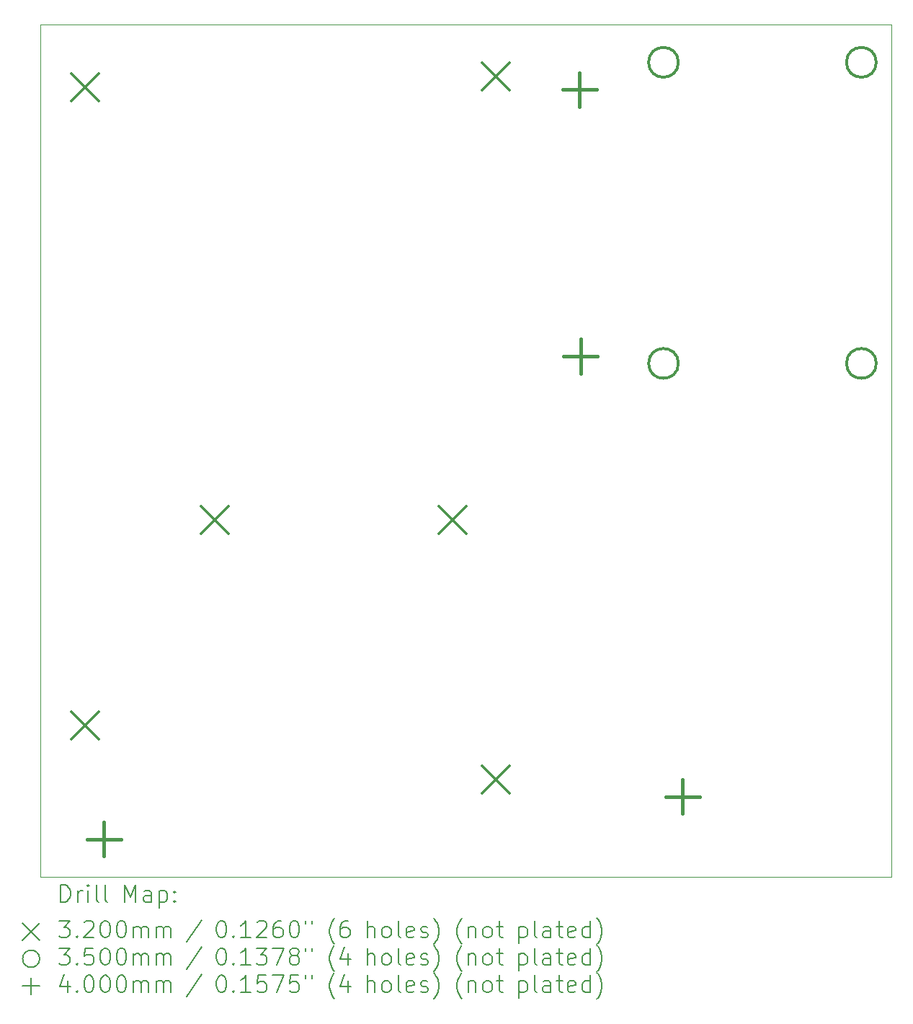
<source format=gbr>
%TF.GenerationSoftware,KiCad,Pcbnew,(7.0.0)*%
%TF.CreationDate,2023-05-12T10:49:56+02:00*%
%TF.ProjectId,BMS_Project,424d535f-5072-46f6-9a65-63742e6b6963,rev?*%
%TF.SameCoordinates,Original*%
%TF.FileFunction,Drillmap*%
%TF.FilePolarity,Positive*%
%FSLAX45Y45*%
G04 Gerber Fmt 4.5, Leading zero omitted, Abs format (unit mm)*
G04 Created by KiCad (PCBNEW (7.0.0)) date 2023-05-12 10:49:56*
%MOMM*%
%LPD*%
G01*
G04 APERTURE LIST*
%ADD10C,0.100000*%
%ADD11C,0.200000*%
%ADD12C,0.320000*%
%ADD13C,0.350000*%
%ADD14C,0.400000*%
G04 APERTURE END LIST*
D10*
X9870000Y-3610000D02*
X19870000Y-3610000D01*
X19870000Y-3610000D02*
X19870000Y-13610000D01*
X19870000Y-13610000D02*
X9870000Y-13610000D01*
X9870000Y-13610000D02*
X9870000Y-3610000D01*
D11*
D12*
X10237000Y-4181000D02*
X10557000Y-4501000D01*
X10557000Y-4181000D02*
X10237000Y-4501000D01*
X10237000Y-11674000D02*
X10557000Y-11994000D01*
X10557000Y-11674000D02*
X10237000Y-11994000D01*
X11761000Y-9261000D02*
X12081000Y-9581000D01*
X12081000Y-9261000D02*
X11761000Y-9581000D01*
X14555000Y-9261000D02*
X14875000Y-9581000D01*
X14875000Y-9261000D02*
X14555000Y-9581000D01*
X15063000Y-4054000D02*
X15383000Y-4374000D01*
X15383000Y-4054000D02*
X15063000Y-4374000D01*
X15063000Y-12309000D02*
X15383000Y-12629000D01*
X15383000Y-12309000D02*
X15063000Y-12629000D01*
D13*
X17370000Y-4050000D02*
G75*
G03*
X17370000Y-4050000I-175000J0D01*
G01*
X17370000Y-7585000D02*
G75*
G03*
X17370000Y-7585000I-175000J0D01*
G01*
X19695000Y-4050000D02*
G75*
G03*
X19695000Y-4050000I-175000J0D01*
G01*
X19695000Y-7585000D02*
G75*
G03*
X19695000Y-7585000I-175000J0D01*
G01*
D14*
X10620000Y-12970000D02*
X10620000Y-13370000D01*
X10420000Y-13170000D02*
X10820000Y-13170000D01*
X16210000Y-4170000D02*
X16210000Y-4570000D01*
X16010000Y-4370000D02*
X16410000Y-4370000D01*
X16220000Y-7300000D02*
X16220000Y-7700000D01*
X16020000Y-7500000D02*
X16420000Y-7500000D01*
X17420000Y-12470000D02*
X17420000Y-12870000D01*
X17220000Y-12670000D02*
X17620000Y-12670000D01*
D11*
X10112619Y-13908476D02*
X10112619Y-13708476D01*
X10112619Y-13708476D02*
X10160238Y-13708476D01*
X10160238Y-13708476D02*
X10188810Y-13718000D01*
X10188810Y-13718000D02*
X10207857Y-13737048D01*
X10207857Y-13737048D02*
X10217381Y-13756095D01*
X10217381Y-13756095D02*
X10226905Y-13794190D01*
X10226905Y-13794190D02*
X10226905Y-13822762D01*
X10226905Y-13822762D02*
X10217381Y-13860857D01*
X10217381Y-13860857D02*
X10207857Y-13879905D01*
X10207857Y-13879905D02*
X10188810Y-13898952D01*
X10188810Y-13898952D02*
X10160238Y-13908476D01*
X10160238Y-13908476D02*
X10112619Y-13908476D01*
X10312619Y-13908476D02*
X10312619Y-13775143D01*
X10312619Y-13813238D02*
X10322143Y-13794190D01*
X10322143Y-13794190D02*
X10331667Y-13784667D01*
X10331667Y-13784667D02*
X10350714Y-13775143D01*
X10350714Y-13775143D02*
X10369762Y-13775143D01*
X10436429Y-13908476D02*
X10436429Y-13775143D01*
X10436429Y-13708476D02*
X10426905Y-13718000D01*
X10426905Y-13718000D02*
X10436429Y-13727524D01*
X10436429Y-13727524D02*
X10445952Y-13718000D01*
X10445952Y-13718000D02*
X10436429Y-13708476D01*
X10436429Y-13708476D02*
X10436429Y-13727524D01*
X10560238Y-13908476D02*
X10541190Y-13898952D01*
X10541190Y-13898952D02*
X10531667Y-13879905D01*
X10531667Y-13879905D02*
X10531667Y-13708476D01*
X10665000Y-13908476D02*
X10645952Y-13898952D01*
X10645952Y-13898952D02*
X10636429Y-13879905D01*
X10636429Y-13879905D02*
X10636429Y-13708476D01*
X10861190Y-13908476D02*
X10861190Y-13708476D01*
X10861190Y-13708476D02*
X10927857Y-13851333D01*
X10927857Y-13851333D02*
X10994524Y-13708476D01*
X10994524Y-13708476D02*
X10994524Y-13908476D01*
X11175476Y-13908476D02*
X11175476Y-13803714D01*
X11175476Y-13803714D02*
X11165952Y-13784667D01*
X11165952Y-13784667D02*
X11146905Y-13775143D01*
X11146905Y-13775143D02*
X11108809Y-13775143D01*
X11108809Y-13775143D02*
X11089762Y-13784667D01*
X11175476Y-13898952D02*
X11156429Y-13908476D01*
X11156429Y-13908476D02*
X11108809Y-13908476D01*
X11108809Y-13908476D02*
X11089762Y-13898952D01*
X11089762Y-13898952D02*
X11080238Y-13879905D01*
X11080238Y-13879905D02*
X11080238Y-13860857D01*
X11080238Y-13860857D02*
X11089762Y-13841809D01*
X11089762Y-13841809D02*
X11108809Y-13832286D01*
X11108809Y-13832286D02*
X11156429Y-13832286D01*
X11156429Y-13832286D02*
X11175476Y-13822762D01*
X11270714Y-13775143D02*
X11270714Y-13975143D01*
X11270714Y-13784667D02*
X11289762Y-13775143D01*
X11289762Y-13775143D02*
X11327857Y-13775143D01*
X11327857Y-13775143D02*
X11346905Y-13784667D01*
X11346905Y-13784667D02*
X11356428Y-13794190D01*
X11356428Y-13794190D02*
X11365952Y-13813238D01*
X11365952Y-13813238D02*
X11365952Y-13870381D01*
X11365952Y-13870381D02*
X11356428Y-13889428D01*
X11356428Y-13889428D02*
X11346905Y-13898952D01*
X11346905Y-13898952D02*
X11327857Y-13908476D01*
X11327857Y-13908476D02*
X11289762Y-13908476D01*
X11289762Y-13908476D02*
X11270714Y-13898952D01*
X11451667Y-13889428D02*
X11461190Y-13898952D01*
X11461190Y-13898952D02*
X11451667Y-13908476D01*
X11451667Y-13908476D02*
X11442143Y-13898952D01*
X11442143Y-13898952D02*
X11451667Y-13889428D01*
X11451667Y-13889428D02*
X11451667Y-13908476D01*
X11451667Y-13784667D02*
X11461190Y-13794190D01*
X11461190Y-13794190D02*
X11451667Y-13803714D01*
X11451667Y-13803714D02*
X11442143Y-13794190D01*
X11442143Y-13794190D02*
X11451667Y-13784667D01*
X11451667Y-13784667D02*
X11451667Y-13803714D01*
X9665000Y-14155000D02*
X9865000Y-14355000D01*
X9865000Y-14155000D02*
X9665000Y-14355000D01*
X10093571Y-14128476D02*
X10217381Y-14128476D01*
X10217381Y-14128476D02*
X10150714Y-14204667D01*
X10150714Y-14204667D02*
X10179286Y-14204667D01*
X10179286Y-14204667D02*
X10198333Y-14214190D01*
X10198333Y-14214190D02*
X10207857Y-14223714D01*
X10207857Y-14223714D02*
X10217381Y-14242762D01*
X10217381Y-14242762D02*
X10217381Y-14290381D01*
X10217381Y-14290381D02*
X10207857Y-14309428D01*
X10207857Y-14309428D02*
X10198333Y-14318952D01*
X10198333Y-14318952D02*
X10179286Y-14328476D01*
X10179286Y-14328476D02*
X10122143Y-14328476D01*
X10122143Y-14328476D02*
X10103095Y-14318952D01*
X10103095Y-14318952D02*
X10093571Y-14309428D01*
X10303095Y-14309428D02*
X10312619Y-14318952D01*
X10312619Y-14318952D02*
X10303095Y-14328476D01*
X10303095Y-14328476D02*
X10293571Y-14318952D01*
X10293571Y-14318952D02*
X10303095Y-14309428D01*
X10303095Y-14309428D02*
X10303095Y-14328476D01*
X10388810Y-14147524D02*
X10398333Y-14138000D01*
X10398333Y-14138000D02*
X10417381Y-14128476D01*
X10417381Y-14128476D02*
X10465000Y-14128476D01*
X10465000Y-14128476D02*
X10484048Y-14138000D01*
X10484048Y-14138000D02*
X10493571Y-14147524D01*
X10493571Y-14147524D02*
X10503095Y-14166571D01*
X10503095Y-14166571D02*
X10503095Y-14185619D01*
X10503095Y-14185619D02*
X10493571Y-14214190D01*
X10493571Y-14214190D02*
X10379286Y-14328476D01*
X10379286Y-14328476D02*
X10503095Y-14328476D01*
X10626905Y-14128476D02*
X10645952Y-14128476D01*
X10645952Y-14128476D02*
X10665000Y-14138000D01*
X10665000Y-14138000D02*
X10674524Y-14147524D01*
X10674524Y-14147524D02*
X10684048Y-14166571D01*
X10684048Y-14166571D02*
X10693571Y-14204667D01*
X10693571Y-14204667D02*
X10693571Y-14252286D01*
X10693571Y-14252286D02*
X10684048Y-14290381D01*
X10684048Y-14290381D02*
X10674524Y-14309428D01*
X10674524Y-14309428D02*
X10665000Y-14318952D01*
X10665000Y-14318952D02*
X10645952Y-14328476D01*
X10645952Y-14328476D02*
X10626905Y-14328476D01*
X10626905Y-14328476D02*
X10607857Y-14318952D01*
X10607857Y-14318952D02*
X10598333Y-14309428D01*
X10598333Y-14309428D02*
X10588810Y-14290381D01*
X10588810Y-14290381D02*
X10579286Y-14252286D01*
X10579286Y-14252286D02*
X10579286Y-14204667D01*
X10579286Y-14204667D02*
X10588810Y-14166571D01*
X10588810Y-14166571D02*
X10598333Y-14147524D01*
X10598333Y-14147524D02*
X10607857Y-14138000D01*
X10607857Y-14138000D02*
X10626905Y-14128476D01*
X10817381Y-14128476D02*
X10836429Y-14128476D01*
X10836429Y-14128476D02*
X10855476Y-14138000D01*
X10855476Y-14138000D02*
X10865000Y-14147524D01*
X10865000Y-14147524D02*
X10874524Y-14166571D01*
X10874524Y-14166571D02*
X10884048Y-14204667D01*
X10884048Y-14204667D02*
X10884048Y-14252286D01*
X10884048Y-14252286D02*
X10874524Y-14290381D01*
X10874524Y-14290381D02*
X10865000Y-14309428D01*
X10865000Y-14309428D02*
X10855476Y-14318952D01*
X10855476Y-14318952D02*
X10836429Y-14328476D01*
X10836429Y-14328476D02*
X10817381Y-14328476D01*
X10817381Y-14328476D02*
X10798333Y-14318952D01*
X10798333Y-14318952D02*
X10788810Y-14309428D01*
X10788810Y-14309428D02*
X10779286Y-14290381D01*
X10779286Y-14290381D02*
X10769762Y-14252286D01*
X10769762Y-14252286D02*
X10769762Y-14204667D01*
X10769762Y-14204667D02*
X10779286Y-14166571D01*
X10779286Y-14166571D02*
X10788810Y-14147524D01*
X10788810Y-14147524D02*
X10798333Y-14138000D01*
X10798333Y-14138000D02*
X10817381Y-14128476D01*
X10969762Y-14328476D02*
X10969762Y-14195143D01*
X10969762Y-14214190D02*
X10979286Y-14204667D01*
X10979286Y-14204667D02*
X10998333Y-14195143D01*
X10998333Y-14195143D02*
X11026905Y-14195143D01*
X11026905Y-14195143D02*
X11045952Y-14204667D01*
X11045952Y-14204667D02*
X11055476Y-14223714D01*
X11055476Y-14223714D02*
X11055476Y-14328476D01*
X11055476Y-14223714D02*
X11065000Y-14204667D01*
X11065000Y-14204667D02*
X11084048Y-14195143D01*
X11084048Y-14195143D02*
X11112619Y-14195143D01*
X11112619Y-14195143D02*
X11131667Y-14204667D01*
X11131667Y-14204667D02*
X11141191Y-14223714D01*
X11141191Y-14223714D02*
X11141191Y-14328476D01*
X11236429Y-14328476D02*
X11236429Y-14195143D01*
X11236429Y-14214190D02*
X11245952Y-14204667D01*
X11245952Y-14204667D02*
X11265000Y-14195143D01*
X11265000Y-14195143D02*
X11293571Y-14195143D01*
X11293571Y-14195143D02*
X11312619Y-14204667D01*
X11312619Y-14204667D02*
X11322143Y-14223714D01*
X11322143Y-14223714D02*
X11322143Y-14328476D01*
X11322143Y-14223714D02*
X11331667Y-14204667D01*
X11331667Y-14204667D02*
X11350714Y-14195143D01*
X11350714Y-14195143D02*
X11379286Y-14195143D01*
X11379286Y-14195143D02*
X11398333Y-14204667D01*
X11398333Y-14204667D02*
X11407857Y-14223714D01*
X11407857Y-14223714D02*
X11407857Y-14328476D01*
X11765952Y-14118952D02*
X11594524Y-14376095D01*
X11990714Y-14128476D02*
X12009762Y-14128476D01*
X12009762Y-14128476D02*
X12028810Y-14138000D01*
X12028810Y-14138000D02*
X12038333Y-14147524D01*
X12038333Y-14147524D02*
X12047857Y-14166571D01*
X12047857Y-14166571D02*
X12057381Y-14204667D01*
X12057381Y-14204667D02*
X12057381Y-14252286D01*
X12057381Y-14252286D02*
X12047857Y-14290381D01*
X12047857Y-14290381D02*
X12038333Y-14309428D01*
X12038333Y-14309428D02*
X12028810Y-14318952D01*
X12028810Y-14318952D02*
X12009762Y-14328476D01*
X12009762Y-14328476D02*
X11990714Y-14328476D01*
X11990714Y-14328476D02*
X11971667Y-14318952D01*
X11971667Y-14318952D02*
X11962143Y-14309428D01*
X11962143Y-14309428D02*
X11952619Y-14290381D01*
X11952619Y-14290381D02*
X11943095Y-14252286D01*
X11943095Y-14252286D02*
X11943095Y-14204667D01*
X11943095Y-14204667D02*
X11952619Y-14166571D01*
X11952619Y-14166571D02*
X11962143Y-14147524D01*
X11962143Y-14147524D02*
X11971667Y-14138000D01*
X11971667Y-14138000D02*
X11990714Y-14128476D01*
X12143095Y-14309428D02*
X12152619Y-14318952D01*
X12152619Y-14318952D02*
X12143095Y-14328476D01*
X12143095Y-14328476D02*
X12133571Y-14318952D01*
X12133571Y-14318952D02*
X12143095Y-14309428D01*
X12143095Y-14309428D02*
X12143095Y-14328476D01*
X12343095Y-14328476D02*
X12228810Y-14328476D01*
X12285952Y-14328476D02*
X12285952Y-14128476D01*
X12285952Y-14128476D02*
X12266905Y-14157048D01*
X12266905Y-14157048D02*
X12247857Y-14176095D01*
X12247857Y-14176095D02*
X12228810Y-14185619D01*
X12419286Y-14147524D02*
X12428810Y-14138000D01*
X12428810Y-14138000D02*
X12447857Y-14128476D01*
X12447857Y-14128476D02*
X12495476Y-14128476D01*
X12495476Y-14128476D02*
X12514524Y-14138000D01*
X12514524Y-14138000D02*
X12524048Y-14147524D01*
X12524048Y-14147524D02*
X12533571Y-14166571D01*
X12533571Y-14166571D02*
X12533571Y-14185619D01*
X12533571Y-14185619D02*
X12524048Y-14214190D01*
X12524048Y-14214190D02*
X12409762Y-14328476D01*
X12409762Y-14328476D02*
X12533571Y-14328476D01*
X12705000Y-14128476D02*
X12666905Y-14128476D01*
X12666905Y-14128476D02*
X12647857Y-14138000D01*
X12647857Y-14138000D02*
X12638333Y-14147524D01*
X12638333Y-14147524D02*
X12619286Y-14176095D01*
X12619286Y-14176095D02*
X12609762Y-14214190D01*
X12609762Y-14214190D02*
X12609762Y-14290381D01*
X12609762Y-14290381D02*
X12619286Y-14309428D01*
X12619286Y-14309428D02*
X12628810Y-14318952D01*
X12628810Y-14318952D02*
X12647857Y-14328476D01*
X12647857Y-14328476D02*
X12685952Y-14328476D01*
X12685952Y-14328476D02*
X12705000Y-14318952D01*
X12705000Y-14318952D02*
X12714524Y-14309428D01*
X12714524Y-14309428D02*
X12724048Y-14290381D01*
X12724048Y-14290381D02*
X12724048Y-14242762D01*
X12724048Y-14242762D02*
X12714524Y-14223714D01*
X12714524Y-14223714D02*
X12705000Y-14214190D01*
X12705000Y-14214190D02*
X12685952Y-14204667D01*
X12685952Y-14204667D02*
X12647857Y-14204667D01*
X12647857Y-14204667D02*
X12628810Y-14214190D01*
X12628810Y-14214190D02*
X12619286Y-14223714D01*
X12619286Y-14223714D02*
X12609762Y-14242762D01*
X12847857Y-14128476D02*
X12866905Y-14128476D01*
X12866905Y-14128476D02*
X12885952Y-14138000D01*
X12885952Y-14138000D02*
X12895476Y-14147524D01*
X12895476Y-14147524D02*
X12905000Y-14166571D01*
X12905000Y-14166571D02*
X12914524Y-14204667D01*
X12914524Y-14204667D02*
X12914524Y-14252286D01*
X12914524Y-14252286D02*
X12905000Y-14290381D01*
X12905000Y-14290381D02*
X12895476Y-14309428D01*
X12895476Y-14309428D02*
X12885952Y-14318952D01*
X12885952Y-14318952D02*
X12866905Y-14328476D01*
X12866905Y-14328476D02*
X12847857Y-14328476D01*
X12847857Y-14328476D02*
X12828810Y-14318952D01*
X12828810Y-14318952D02*
X12819286Y-14309428D01*
X12819286Y-14309428D02*
X12809762Y-14290381D01*
X12809762Y-14290381D02*
X12800238Y-14252286D01*
X12800238Y-14252286D02*
X12800238Y-14204667D01*
X12800238Y-14204667D02*
X12809762Y-14166571D01*
X12809762Y-14166571D02*
X12819286Y-14147524D01*
X12819286Y-14147524D02*
X12828810Y-14138000D01*
X12828810Y-14138000D02*
X12847857Y-14128476D01*
X12990714Y-14128476D02*
X12990714Y-14166571D01*
X13066905Y-14128476D02*
X13066905Y-14166571D01*
X13329762Y-14404667D02*
X13320238Y-14395143D01*
X13320238Y-14395143D02*
X13301191Y-14366571D01*
X13301191Y-14366571D02*
X13291667Y-14347524D01*
X13291667Y-14347524D02*
X13282143Y-14318952D01*
X13282143Y-14318952D02*
X13272619Y-14271333D01*
X13272619Y-14271333D02*
X13272619Y-14233238D01*
X13272619Y-14233238D02*
X13282143Y-14185619D01*
X13282143Y-14185619D02*
X13291667Y-14157048D01*
X13291667Y-14157048D02*
X13301191Y-14138000D01*
X13301191Y-14138000D02*
X13320238Y-14109428D01*
X13320238Y-14109428D02*
X13329762Y-14099905D01*
X13491667Y-14128476D02*
X13453571Y-14128476D01*
X13453571Y-14128476D02*
X13434524Y-14138000D01*
X13434524Y-14138000D02*
X13425000Y-14147524D01*
X13425000Y-14147524D02*
X13405952Y-14176095D01*
X13405952Y-14176095D02*
X13396429Y-14214190D01*
X13396429Y-14214190D02*
X13396429Y-14290381D01*
X13396429Y-14290381D02*
X13405952Y-14309428D01*
X13405952Y-14309428D02*
X13415476Y-14318952D01*
X13415476Y-14318952D02*
X13434524Y-14328476D01*
X13434524Y-14328476D02*
X13472619Y-14328476D01*
X13472619Y-14328476D02*
X13491667Y-14318952D01*
X13491667Y-14318952D02*
X13501191Y-14309428D01*
X13501191Y-14309428D02*
X13510714Y-14290381D01*
X13510714Y-14290381D02*
X13510714Y-14242762D01*
X13510714Y-14242762D02*
X13501191Y-14223714D01*
X13501191Y-14223714D02*
X13491667Y-14214190D01*
X13491667Y-14214190D02*
X13472619Y-14204667D01*
X13472619Y-14204667D02*
X13434524Y-14204667D01*
X13434524Y-14204667D02*
X13415476Y-14214190D01*
X13415476Y-14214190D02*
X13405952Y-14223714D01*
X13405952Y-14223714D02*
X13396429Y-14242762D01*
X13716429Y-14328476D02*
X13716429Y-14128476D01*
X13802143Y-14328476D02*
X13802143Y-14223714D01*
X13802143Y-14223714D02*
X13792619Y-14204667D01*
X13792619Y-14204667D02*
X13773572Y-14195143D01*
X13773572Y-14195143D02*
X13745000Y-14195143D01*
X13745000Y-14195143D02*
X13725952Y-14204667D01*
X13725952Y-14204667D02*
X13716429Y-14214190D01*
X13925952Y-14328476D02*
X13906905Y-14318952D01*
X13906905Y-14318952D02*
X13897381Y-14309428D01*
X13897381Y-14309428D02*
X13887857Y-14290381D01*
X13887857Y-14290381D02*
X13887857Y-14233238D01*
X13887857Y-14233238D02*
X13897381Y-14214190D01*
X13897381Y-14214190D02*
X13906905Y-14204667D01*
X13906905Y-14204667D02*
X13925952Y-14195143D01*
X13925952Y-14195143D02*
X13954524Y-14195143D01*
X13954524Y-14195143D02*
X13973572Y-14204667D01*
X13973572Y-14204667D02*
X13983095Y-14214190D01*
X13983095Y-14214190D02*
X13992619Y-14233238D01*
X13992619Y-14233238D02*
X13992619Y-14290381D01*
X13992619Y-14290381D02*
X13983095Y-14309428D01*
X13983095Y-14309428D02*
X13973572Y-14318952D01*
X13973572Y-14318952D02*
X13954524Y-14328476D01*
X13954524Y-14328476D02*
X13925952Y-14328476D01*
X14106905Y-14328476D02*
X14087857Y-14318952D01*
X14087857Y-14318952D02*
X14078333Y-14299905D01*
X14078333Y-14299905D02*
X14078333Y-14128476D01*
X14259286Y-14318952D02*
X14240238Y-14328476D01*
X14240238Y-14328476D02*
X14202143Y-14328476D01*
X14202143Y-14328476D02*
X14183095Y-14318952D01*
X14183095Y-14318952D02*
X14173572Y-14299905D01*
X14173572Y-14299905D02*
X14173572Y-14223714D01*
X14173572Y-14223714D02*
X14183095Y-14204667D01*
X14183095Y-14204667D02*
X14202143Y-14195143D01*
X14202143Y-14195143D02*
X14240238Y-14195143D01*
X14240238Y-14195143D02*
X14259286Y-14204667D01*
X14259286Y-14204667D02*
X14268810Y-14223714D01*
X14268810Y-14223714D02*
X14268810Y-14242762D01*
X14268810Y-14242762D02*
X14173572Y-14261809D01*
X14345000Y-14318952D02*
X14364048Y-14328476D01*
X14364048Y-14328476D02*
X14402143Y-14328476D01*
X14402143Y-14328476D02*
X14421191Y-14318952D01*
X14421191Y-14318952D02*
X14430714Y-14299905D01*
X14430714Y-14299905D02*
X14430714Y-14290381D01*
X14430714Y-14290381D02*
X14421191Y-14271333D01*
X14421191Y-14271333D02*
X14402143Y-14261809D01*
X14402143Y-14261809D02*
X14373572Y-14261809D01*
X14373572Y-14261809D02*
X14354524Y-14252286D01*
X14354524Y-14252286D02*
X14345000Y-14233238D01*
X14345000Y-14233238D02*
X14345000Y-14223714D01*
X14345000Y-14223714D02*
X14354524Y-14204667D01*
X14354524Y-14204667D02*
X14373572Y-14195143D01*
X14373572Y-14195143D02*
X14402143Y-14195143D01*
X14402143Y-14195143D02*
X14421191Y-14204667D01*
X14497381Y-14404667D02*
X14506905Y-14395143D01*
X14506905Y-14395143D02*
X14525953Y-14366571D01*
X14525953Y-14366571D02*
X14535476Y-14347524D01*
X14535476Y-14347524D02*
X14545000Y-14318952D01*
X14545000Y-14318952D02*
X14554524Y-14271333D01*
X14554524Y-14271333D02*
X14554524Y-14233238D01*
X14554524Y-14233238D02*
X14545000Y-14185619D01*
X14545000Y-14185619D02*
X14535476Y-14157048D01*
X14535476Y-14157048D02*
X14525953Y-14138000D01*
X14525953Y-14138000D02*
X14506905Y-14109428D01*
X14506905Y-14109428D02*
X14497381Y-14099905D01*
X14826905Y-14404667D02*
X14817381Y-14395143D01*
X14817381Y-14395143D02*
X14798333Y-14366571D01*
X14798333Y-14366571D02*
X14788810Y-14347524D01*
X14788810Y-14347524D02*
X14779286Y-14318952D01*
X14779286Y-14318952D02*
X14769762Y-14271333D01*
X14769762Y-14271333D02*
X14769762Y-14233238D01*
X14769762Y-14233238D02*
X14779286Y-14185619D01*
X14779286Y-14185619D02*
X14788810Y-14157048D01*
X14788810Y-14157048D02*
X14798333Y-14138000D01*
X14798333Y-14138000D02*
X14817381Y-14109428D01*
X14817381Y-14109428D02*
X14826905Y-14099905D01*
X14903095Y-14195143D02*
X14903095Y-14328476D01*
X14903095Y-14214190D02*
X14912619Y-14204667D01*
X14912619Y-14204667D02*
X14931667Y-14195143D01*
X14931667Y-14195143D02*
X14960238Y-14195143D01*
X14960238Y-14195143D02*
X14979286Y-14204667D01*
X14979286Y-14204667D02*
X14988810Y-14223714D01*
X14988810Y-14223714D02*
X14988810Y-14328476D01*
X15112619Y-14328476D02*
X15093572Y-14318952D01*
X15093572Y-14318952D02*
X15084048Y-14309428D01*
X15084048Y-14309428D02*
X15074524Y-14290381D01*
X15074524Y-14290381D02*
X15074524Y-14233238D01*
X15074524Y-14233238D02*
X15084048Y-14214190D01*
X15084048Y-14214190D02*
X15093572Y-14204667D01*
X15093572Y-14204667D02*
X15112619Y-14195143D01*
X15112619Y-14195143D02*
X15141191Y-14195143D01*
X15141191Y-14195143D02*
X15160238Y-14204667D01*
X15160238Y-14204667D02*
X15169762Y-14214190D01*
X15169762Y-14214190D02*
X15179286Y-14233238D01*
X15179286Y-14233238D02*
X15179286Y-14290381D01*
X15179286Y-14290381D02*
X15169762Y-14309428D01*
X15169762Y-14309428D02*
X15160238Y-14318952D01*
X15160238Y-14318952D02*
X15141191Y-14328476D01*
X15141191Y-14328476D02*
X15112619Y-14328476D01*
X15236429Y-14195143D02*
X15312619Y-14195143D01*
X15265000Y-14128476D02*
X15265000Y-14299905D01*
X15265000Y-14299905D02*
X15274524Y-14318952D01*
X15274524Y-14318952D02*
X15293572Y-14328476D01*
X15293572Y-14328476D02*
X15312619Y-14328476D01*
X15499286Y-14195143D02*
X15499286Y-14395143D01*
X15499286Y-14204667D02*
X15518333Y-14195143D01*
X15518333Y-14195143D02*
X15556429Y-14195143D01*
X15556429Y-14195143D02*
X15575476Y-14204667D01*
X15575476Y-14204667D02*
X15585000Y-14214190D01*
X15585000Y-14214190D02*
X15594524Y-14233238D01*
X15594524Y-14233238D02*
X15594524Y-14290381D01*
X15594524Y-14290381D02*
X15585000Y-14309428D01*
X15585000Y-14309428D02*
X15575476Y-14318952D01*
X15575476Y-14318952D02*
X15556429Y-14328476D01*
X15556429Y-14328476D02*
X15518333Y-14328476D01*
X15518333Y-14328476D02*
X15499286Y-14318952D01*
X15708810Y-14328476D02*
X15689762Y-14318952D01*
X15689762Y-14318952D02*
X15680238Y-14299905D01*
X15680238Y-14299905D02*
X15680238Y-14128476D01*
X15870714Y-14328476D02*
X15870714Y-14223714D01*
X15870714Y-14223714D02*
X15861191Y-14204667D01*
X15861191Y-14204667D02*
X15842143Y-14195143D01*
X15842143Y-14195143D02*
X15804048Y-14195143D01*
X15804048Y-14195143D02*
X15785000Y-14204667D01*
X15870714Y-14318952D02*
X15851667Y-14328476D01*
X15851667Y-14328476D02*
X15804048Y-14328476D01*
X15804048Y-14328476D02*
X15785000Y-14318952D01*
X15785000Y-14318952D02*
X15775476Y-14299905D01*
X15775476Y-14299905D02*
X15775476Y-14280857D01*
X15775476Y-14280857D02*
X15785000Y-14261809D01*
X15785000Y-14261809D02*
X15804048Y-14252286D01*
X15804048Y-14252286D02*
X15851667Y-14252286D01*
X15851667Y-14252286D02*
X15870714Y-14242762D01*
X15937381Y-14195143D02*
X16013572Y-14195143D01*
X15965953Y-14128476D02*
X15965953Y-14299905D01*
X15965953Y-14299905D02*
X15975476Y-14318952D01*
X15975476Y-14318952D02*
X15994524Y-14328476D01*
X15994524Y-14328476D02*
X16013572Y-14328476D01*
X16156429Y-14318952D02*
X16137381Y-14328476D01*
X16137381Y-14328476D02*
X16099286Y-14328476D01*
X16099286Y-14328476D02*
X16080238Y-14318952D01*
X16080238Y-14318952D02*
X16070714Y-14299905D01*
X16070714Y-14299905D02*
X16070714Y-14223714D01*
X16070714Y-14223714D02*
X16080238Y-14204667D01*
X16080238Y-14204667D02*
X16099286Y-14195143D01*
X16099286Y-14195143D02*
X16137381Y-14195143D01*
X16137381Y-14195143D02*
X16156429Y-14204667D01*
X16156429Y-14204667D02*
X16165953Y-14223714D01*
X16165953Y-14223714D02*
X16165953Y-14242762D01*
X16165953Y-14242762D02*
X16070714Y-14261809D01*
X16337381Y-14328476D02*
X16337381Y-14128476D01*
X16337381Y-14318952D02*
X16318334Y-14328476D01*
X16318334Y-14328476D02*
X16280238Y-14328476D01*
X16280238Y-14328476D02*
X16261191Y-14318952D01*
X16261191Y-14318952D02*
X16251667Y-14309428D01*
X16251667Y-14309428D02*
X16242143Y-14290381D01*
X16242143Y-14290381D02*
X16242143Y-14233238D01*
X16242143Y-14233238D02*
X16251667Y-14214190D01*
X16251667Y-14214190D02*
X16261191Y-14204667D01*
X16261191Y-14204667D02*
X16280238Y-14195143D01*
X16280238Y-14195143D02*
X16318334Y-14195143D01*
X16318334Y-14195143D02*
X16337381Y-14204667D01*
X16413572Y-14404667D02*
X16423095Y-14395143D01*
X16423095Y-14395143D02*
X16442143Y-14366571D01*
X16442143Y-14366571D02*
X16451667Y-14347524D01*
X16451667Y-14347524D02*
X16461191Y-14318952D01*
X16461191Y-14318952D02*
X16470714Y-14271333D01*
X16470714Y-14271333D02*
X16470714Y-14233238D01*
X16470714Y-14233238D02*
X16461191Y-14185619D01*
X16461191Y-14185619D02*
X16451667Y-14157048D01*
X16451667Y-14157048D02*
X16442143Y-14138000D01*
X16442143Y-14138000D02*
X16423095Y-14109428D01*
X16423095Y-14109428D02*
X16413572Y-14099905D01*
X9865000Y-14575000D02*
G75*
G03*
X9865000Y-14575000I-100000J0D01*
G01*
X10093571Y-14448476D02*
X10217381Y-14448476D01*
X10217381Y-14448476D02*
X10150714Y-14524667D01*
X10150714Y-14524667D02*
X10179286Y-14524667D01*
X10179286Y-14524667D02*
X10198333Y-14534190D01*
X10198333Y-14534190D02*
X10207857Y-14543714D01*
X10207857Y-14543714D02*
X10217381Y-14562762D01*
X10217381Y-14562762D02*
X10217381Y-14610381D01*
X10217381Y-14610381D02*
X10207857Y-14629428D01*
X10207857Y-14629428D02*
X10198333Y-14638952D01*
X10198333Y-14638952D02*
X10179286Y-14648476D01*
X10179286Y-14648476D02*
X10122143Y-14648476D01*
X10122143Y-14648476D02*
X10103095Y-14638952D01*
X10103095Y-14638952D02*
X10093571Y-14629428D01*
X10303095Y-14629428D02*
X10312619Y-14638952D01*
X10312619Y-14638952D02*
X10303095Y-14648476D01*
X10303095Y-14648476D02*
X10293571Y-14638952D01*
X10293571Y-14638952D02*
X10303095Y-14629428D01*
X10303095Y-14629428D02*
X10303095Y-14648476D01*
X10493571Y-14448476D02*
X10398333Y-14448476D01*
X10398333Y-14448476D02*
X10388810Y-14543714D01*
X10388810Y-14543714D02*
X10398333Y-14534190D01*
X10398333Y-14534190D02*
X10417381Y-14524667D01*
X10417381Y-14524667D02*
X10465000Y-14524667D01*
X10465000Y-14524667D02*
X10484048Y-14534190D01*
X10484048Y-14534190D02*
X10493571Y-14543714D01*
X10493571Y-14543714D02*
X10503095Y-14562762D01*
X10503095Y-14562762D02*
X10503095Y-14610381D01*
X10503095Y-14610381D02*
X10493571Y-14629428D01*
X10493571Y-14629428D02*
X10484048Y-14638952D01*
X10484048Y-14638952D02*
X10465000Y-14648476D01*
X10465000Y-14648476D02*
X10417381Y-14648476D01*
X10417381Y-14648476D02*
X10398333Y-14638952D01*
X10398333Y-14638952D02*
X10388810Y-14629428D01*
X10626905Y-14448476D02*
X10645952Y-14448476D01*
X10645952Y-14448476D02*
X10665000Y-14458000D01*
X10665000Y-14458000D02*
X10674524Y-14467524D01*
X10674524Y-14467524D02*
X10684048Y-14486571D01*
X10684048Y-14486571D02*
X10693571Y-14524667D01*
X10693571Y-14524667D02*
X10693571Y-14572286D01*
X10693571Y-14572286D02*
X10684048Y-14610381D01*
X10684048Y-14610381D02*
X10674524Y-14629428D01*
X10674524Y-14629428D02*
X10665000Y-14638952D01*
X10665000Y-14638952D02*
X10645952Y-14648476D01*
X10645952Y-14648476D02*
X10626905Y-14648476D01*
X10626905Y-14648476D02*
X10607857Y-14638952D01*
X10607857Y-14638952D02*
X10598333Y-14629428D01*
X10598333Y-14629428D02*
X10588810Y-14610381D01*
X10588810Y-14610381D02*
X10579286Y-14572286D01*
X10579286Y-14572286D02*
X10579286Y-14524667D01*
X10579286Y-14524667D02*
X10588810Y-14486571D01*
X10588810Y-14486571D02*
X10598333Y-14467524D01*
X10598333Y-14467524D02*
X10607857Y-14458000D01*
X10607857Y-14458000D02*
X10626905Y-14448476D01*
X10817381Y-14448476D02*
X10836429Y-14448476D01*
X10836429Y-14448476D02*
X10855476Y-14458000D01*
X10855476Y-14458000D02*
X10865000Y-14467524D01*
X10865000Y-14467524D02*
X10874524Y-14486571D01*
X10874524Y-14486571D02*
X10884048Y-14524667D01*
X10884048Y-14524667D02*
X10884048Y-14572286D01*
X10884048Y-14572286D02*
X10874524Y-14610381D01*
X10874524Y-14610381D02*
X10865000Y-14629428D01*
X10865000Y-14629428D02*
X10855476Y-14638952D01*
X10855476Y-14638952D02*
X10836429Y-14648476D01*
X10836429Y-14648476D02*
X10817381Y-14648476D01*
X10817381Y-14648476D02*
X10798333Y-14638952D01*
X10798333Y-14638952D02*
X10788810Y-14629428D01*
X10788810Y-14629428D02*
X10779286Y-14610381D01*
X10779286Y-14610381D02*
X10769762Y-14572286D01*
X10769762Y-14572286D02*
X10769762Y-14524667D01*
X10769762Y-14524667D02*
X10779286Y-14486571D01*
X10779286Y-14486571D02*
X10788810Y-14467524D01*
X10788810Y-14467524D02*
X10798333Y-14458000D01*
X10798333Y-14458000D02*
X10817381Y-14448476D01*
X10969762Y-14648476D02*
X10969762Y-14515143D01*
X10969762Y-14534190D02*
X10979286Y-14524667D01*
X10979286Y-14524667D02*
X10998333Y-14515143D01*
X10998333Y-14515143D02*
X11026905Y-14515143D01*
X11026905Y-14515143D02*
X11045952Y-14524667D01*
X11045952Y-14524667D02*
X11055476Y-14543714D01*
X11055476Y-14543714D02*
X11055476Y-14648476D01*
X11055476Y-14543714D02*
X11065000Y-14524667D01*
X11065000Y-14524667D02*
X11084048Y-14515143D01*
X11084048Y-14515143D02*
X11112619Y-14515143D01*
X11112619Y-14515143D02*
X11131667Y-14524667D01*
X11131667Y-14524667D02*
X11141191Y-14543714D01*
X11141191Y-14543714D02*
X11141191Y-14648476D01*
X11236429Y-14648476D02*
X11236429Y-14515143D01*
X11236429Y-14534190D02*
X11245952Y-14524667D01*
X11245952Y-14524667D02*
X11265000Y-14515143D01*
X11265000Y-14515143D02*
X11293571Y-14515143D01*
X11293571Y-14515143D02*
X11312619Y-14524667D01*
X11312619Y-14524667D02*
X11322143Y-14543714D01*
X11322143Y-14543714D02*
X11322143Y-14648476D01*
X11322143Y-14543714D02*
X11331667Y-14524667D01*
X11331667Y-14524667D02*
X11350714Y-14515143D01*
X11350714Y-14515143D02*
X11379286Y-14515143D01*
X11379286Y-14515143D02*
X11398333Y-14524667D01*
X11398333Y-14524667D02*
X11407857Y-14543714D01*
X11407857Y-14543714D02*
X11407857Y-14648476D01*
X11765952Y-14438952D02*
X11594524Y-14696095D01*
X11990714Y-14448476D02*
X12009762Y-14448476D01*
X12009762Y-14448476D02*
X12028810Y-14458000D01*
X12028810Y-14458000D02*
X12038333Y-14467524D01*
X12038333Y-14467524D02*
X12047857Y-14486571D01*
X12047857Y-14486571D02*
X12057381Y-14524667D01*
X12057381Y-14524667D02*
X12057381Y-14572286D01*
X12057381Y-14572286D02*
X12047857Y-14610381D01*
X12047857Y-14610381D02*
X12038333Y-14629428D01*
X12038333Y-14629428D02*
X12028810Y-14638952D01*
X12028810Y-14638952D02*
X12009762Y-14648476D01*
X12009762Y-14648476D02*
X11990714Y-14648476D01*
X11990714Y-14648476D02*
X11971667Y-14638952D01*
X11971667Y-14638952D02*
X11962143Y-14629428D01*
X11962143Y-14629428D02*
X11952619Y-14610381D01*
X11952619Y-14610381D02*
X11943095Y-14572286D01*
X11943095Y-14572286D02*
X11943095Y-14524667D01*
X11943095Y-14524667D02*
X11952619Y-14486571D01*
X11952619Y-14486571D02*
X11962143Y-14467524D01*
X11962143Y-14467524D02*
X11971667Y-14458000D01*
X11971667Y-14458000D02*
X11990714Y-14448476D01*
X12143095Y-14629428D02*
X12152619Y-14638952D01*
X12152619Y-14638952D02*
X12143095Y-14648476D01*
X12143095Y-14648476D02*
X12133571Y-14638952D01*
X12133571Y-14638952D02*
X12143095Y-14629428D01*
X12143095Y-14629428D02*
X12143095Y-14648476D01*
X12343095Y-14648476D02*
X12228810Y-14648476D01*
X12285952Y-14648476D02*
X12285952Y-14448476D01*
X12285952Y-14448476D02*
X12266905Y-14477048D01*
X12266905Y-14477048D02*
X12247857Y-14496095D01*
X12247857Y-14496095D02*
X12228810Y-14505619D01*
X12409762Y-14448476D02*
X12533571Y-14448476D01*
X12533571Y-14448476D02*
X12466905Y-14524667D01*
X12466905Y-14524667D02*
X12495476Y-14524667D01*
X12495476Y-14524667D02*
X12514524Y-14534190D01*
X12514524Y-14534190D02*
X12524048Y-14543714D01*
X12524048Y-14543714D02*
X12533571Y-14562762D01*
X12533571Y-14562762D02*
X12533571Y-14610381D01*
X12533571Y-14610381D02*
X12524048Y-14629428D01*
X12524048Y-14629428D02*
X12514524Y-14638952D01*
X12514524Y-14638952D02*
X12495476Y-14648476D01*
X12495476Y-14648476D02*
X12438333Y-14648476D01*
X12438333Y-14648476D02*
X12419286Y-14638952D01*
X12419286Y-14638952D02*
X12409762Y-14629428D01*
X12600238Y-14448476D02*
X12733571Y-14448476D01*
X12733571Y-14448476D02*
X12647857Y-14648476D01*
X12838333Y-14534190D02*
X12819286Y-14524667D01*
X12819286Y-14524667D02*
X12809762Y-14515143D01*
X12809762Y-14515143D02*
X12800238Y-14496095D01*
X12800238Y-14496095D02*
X12800238Y-14486571D01*
X12800238Y-14486571D02*
X12809762Y-14467524D01*
X12809762Y-14467524D02*
X12819286Y-14458000D01*
X12819286Y-14458000D02*
X12838333Y-14448476D01*
X12838333Y-14448476D02*
X12876429Y-14448476D01*
X12876429Y-14448476D02*
X12895476Y-14458000D01*
X12895476Y-14458000D02*
X12905000Y-14467524D01*
X12905000Y-14467524D02*
X12914524Y-14486571D01*
X12914524Y-14486571D02*
X12914524Y-14496095D01*
X12914524Y-14496095D02*
X12905000Y-14515143D01*
X12905000Y-14515143D02*
X12895476Y-14524667D01*
X12895476Y-14524667D02*
X12876429Y-14534190D01*
X12876429Y-14534190D02*
X12838333Y-14534190D01*
X12838333Y-14534190D02*
X12819286Y-14543714D01*
X12819286Y-14543714D02*
X12809762Y-14553238D01*
X12809762Y-14553238D02*
X12800238Y-14572286D01*
X12800238Y-14572286D02*
X12800238Y-14610381D01*
X12800238Y-14610381D02*
X12809762Y-14629428D01*
X12809762Y-14629428D02*
X12819286Y-14638952D01*
X12819286Y-14638952D02*
X12838333Y-14648476D01*
X12838333Y-14648476D02*
X12876429Y-14648476D01*
X12876429Y-14648476D02*
X12895476Y-14638952D01*
X12895476Y-14638952D02*
X12905000Y-14629428D01*
X12905000Y-14629428D02*
X12914524Y-14610381D01*
X12914524Y-14610381D02*
X12914524Y-14572286D01*
X12914524Y-14572286D02*
X12905000Y-14553238D01*
X12905000Y-14553238D02*
X12895476Y-14543714D01*
X12895476Y-14543714D02*
X12876429Y-14534190D01*
X12990714Y-14448476D02*
X12990714Y-14486571D01*
X13066905Y-14448476D02*
X13066905Y-14486571D01*
X13329762Y-14724667D02*
X13320238Y-14715143D01*
X13320238Y-14715143D02*
X13301191Y-14686571D01*
X13301191Y-14686571D02*
X13291667Y-14667524D01*
X13291667Y-14667524D02*
X13282143Y-14638952D01*
X13282143Y-14638952D02*
X13272619Y-14591333D01*
X13272619Y-14591333D02*
X13272619Y-14553238D01*
X13272619Y-14553238D02*
X13282143Y-14505619D01*
X13282143Y-14505619D02*
X13291667Y-14477048D01*
X13291667Y-14477048D02*
X13301191Y-14458000D01*
X13301191Y-14458000D02*
X13320238Y-14429428D01*
X13320238Y-14429428D02*
X13329762Y-14419905D01*
X13491667Y-14515143D02*
X13491667Y-14648476D01*
X13444048Y-14438952D02*
X13396429Y-14581809D01*
X13396429Y-14581809D02*
X13520238Y-14581809D01*
X13716429Y-14648476D02*
X13716429Y-14448476D01*
X13802143Y-14648476D02*
X13802143Y-14543714D01*
X13802143Y-14543714D02*
X13792619Y-14524667D01*
X13792619Y-14524667D02*
X13773572Y-14515143D01*
X13773572Y-14515143D02*
X13745000Y-14515143D01*
X13745000Y-14515143D02*
X13725952Y-14524667D01*
X13725952Y-14524667D02*
X13716429Y-14534190D01*
X13925952Y-14648476D02*
X13906905Y-14638952D01*
X13906905Y-14638952D02*
X13897381Y-14629428D01*
X13897381Y-14629428D02*
X13887857Y-14610381D01*
X13887857Y-14610381D02*
X13887857Y-14553238D01*
X13887857Y-14553238D02*
X13897381Y-14534190D01*
X13897381Y-14534190D02*
X13906905Y-14524667D01*
X13906905Y-14524667D02*
X13925952Y-14515143D01*
X13925952Y-14515143D02*
X13954524Y-14515143D01*
X13954524Y-14515143D02*
X13973572Y-14524667D01*
X13973572Y-14524667D02*
X13983095Y-14534190D01*
X13983095Y-14534190D02*
X13992619Y-14553238D01*
X13992619Y-14553238D02*
X13992619Y-14610381D01*
X13992619Y-14610381D02*
X13983095Y-14629428D01*
X13983095Y-14629428D02*
X13973572Y-14638952D01*
X13973572Y-14638952D02*
X13954524Y-14648476D01*
X13954524Y-14648476D02*
X13925952Y-14648476D01*
X14106905Y-14648476D02*
X14087857Y-14638952D01*
X14087857Y-14638952D02*
X14078333Y-14619905D01*
X14078333Y-14619905D02*
X14078333Y-14448476D01*
X14259286Y-14638952D02*
X14240238Y-14648476D01*
X14240238Y-14648476D02*
X14202143Y-14648476D01*
X14202143Y-14648476D02*
X14183095Y-14638952D01*
X14183095Y-14638952D02*
X14173572Y-14619905D01*
X14173572Y-14619905D02*
X14173572Y-14543714D01*
X14173572Y-14543714D02*
X14183095Y-14524667D01*
X14183095Y-14524667D02*
X14202143Y-14515143D01*
X14202143Y-14515143D02*
X14240238Y-14515143D01*
X14240238Y-14515143D02*
X14259286Y-14524667D01*
X14259286Y-14524667D02*
X14268810Y-14543714D01*
X14268810Y-14543714D02*
X14268810Y-14562762D01*
X14268810Y-14562762D02*
X14173572Y-14581809D01*
X14345000Y-14638952D02*
X14364048Y-14648476D01*
X14364048Y-14648476D02*
X14402143Y-14648476D01*
X14402143Y-14648476D02*
X14421191Y-14638952D01*
X14421191Y-14638952D02*
X14430714Y-14619905D01*
X14430714Y-14619905D02*
X14430714Y-14610381D01*
X14430714Y-14610381D02*
X14421191Y-14591333D01*
X14421191Y-14591333D02*
X14402143Y-14581809D01*
X14402143Y-14581809D02*
X14373572Y-14581809D01*
X14373572Y-14581809D02*
X14354524Y-14572286D01*
X14354524Y-14572286D02*
X14345000Y-14553238D01*
X14345000Y-14553238D02*
X14345000Y-14543714D01*
X14345000Y-14543714D02*
X14354524Y-14524667D01*
X14354524Y-14524667D02*
X14373572Y-14515143D01*
X14373572Y-14515143D02*
X14402143Y-14515143D01*
X14402143Y-14515143D02*
X14421191Y-14524667D01*
X14497381Y-14724667D02*
X14506905Y-14715143D01*
X14506905Y-14715143D02*
X14525953Y-14686571D01*
X14525953Y-14686571D02*
X14535476Y-14667524D01*
X14535476Y-14667524D02*
X14545000Y-14638952D01*
X14545000Y-14638952D02*
X14554524Y-14591333D01*
X14554524Y-14591333D02*
X14554524Y-14553238D01*
X14554524Y-14553238D02*
X14545000Y-14505619D01*
X14545000Y-14505619D02*
X14535476Y-14477048D01*
X14535476Y-14477048D02*
X14525953Y-14458000D01*
X14525953Y-14458000D02*
X14506905Y-14429428D01*
X14506905Y-14429428D02*
X14497381Y-14419905D01*
X14826905Y-14724667D02*
X14817381Y-14715143D01*
X14817381Y-14715143D02*
X14798333Y-14686571D01*
X14798333Y-14686571D02*
X14788810Y-14667524D01*
X14788810Y-14667524D02*
X14779286Y-14638952D01*
X14779286Y-14638952D02*
X14769762Y-14591333D01*
X14769762Y-14591333D02*
X14769762Y-14553238D01*
X14769762Y-14553238D02*
X14779286Y-14505619D01*
X14779286Y-14505619D02*
X14788810Y-14477048D01*
X14788810Y-14477048D02*
X14798333Y-14458000D01*
X14798333Y-14458000D02*
X14817381Y-14429428D01*
X14817381Y-14429428D02*
X14826905Y-14419905D01*
X14903095Y-14515143D02*
X14903095Y-14648476D01*
X14903095Y-14534190D02*
X14912619Y-14524667D01*
X14912619Y-14524667D02*
X14931667Y-14515143D01*
X14931667Y-14515143D02*
X14960238Y-14515143D01*
X14960238Y-14515143D02*
X14979286Y-14524667D01*
X14979286Y-14524667D02*
X14988810Y-14543714D01*
X14988810Y-14543714D02*
X14988810Y-14648476D01*
X15112619Y-14648476D02*
X15093572Y-14638952D01*
X15093572Y-14638952D02*
X15084048Y-14629428D01*
X15084048Y-14629428D02*
X15074524Y-14610381D01*
X15074524Y-14610381D02*
X15074524Y-14553238D01*
X15074524Y-14553238D02*
X15084048Y-14534190D01*
X15084048Y-14534190D02*
X15093572Y-14524667D01*
X15093572Y-14524667D02*
X15112619Y-14515143D01*
X15112619Y-14515143D02*
X15141191Y-14515143D01*
X15141191Y-14515143D02*
X15160238Y-14524667D01*
X15160238Y-14524667D02*
X15169762Y-14534190D01*
X15169762Y-14534190D02*
X15179286Y-14553238D01*
X15179286Y-14553238D02*
X15179286Y-14610381D01*
X15179286Y-14610381D02*
X15169762Y-14629428D01*
X15169762Y-14629428D02*
X15160238Y-14638952D01*
X15160238Y-14638952D02*
X15141191Y-14648476D01*
X15141191Y-14648476D02*
X15112619Y-14648476D01*
X15236429Y-14515143D02*
X15312619Y-14515143D01*
X15265000Y-14448476D02*
X15265000Y-14619905D01*
X15265000Y-14619905D02*
X15274524Y-14638952D01*
X15274524Y-14638952D02*
X15293572Y-14648476D01*
X15293572Y-14648476D02*
X15312619Y-14648476D01*
X15499286Y-14515143D02*
X15499286Y-14715143D01*
X15499286Y-14524667D02*
X15518333Y-14515143D01*
X15518333Y-14515143D02*
X15556429Y-14515143D01*
X15556429Y-14515143D02*
X15575476Y-14524667D01*
X15575476Y-14524667D02*
X15585000Y-14534190D01*
X15585000Y-14534190D02*
X15594524Y-14553238D01*
X15594524Y-14553238D02*
X15594524Y-14610381D01*
X15594524Y-14610381D02*
X15585000Y-14629428D01*
X15585000Y-14629428D02*
X15575476Y-14638952D01*
X15575476Y-14638952D02*
X15556429Y-14648476D01*
X15556429Y-14648476D02*
X15518333Y-14648476D01*
X15518333Y-14648476D02*
X15499286Y-14638952D01*
X15708810Y-14648476D02*
X15689762Y-14638952D01*
X15689762Y-14638952D02*
X15680238Y-14619905D01*
X15680238Y-14619905D02*
X15680238Y-14448476D01*
X15870714Y-14648476D02*
X15870714Y-14543714D01*
X15870714Y-14543714D02*
X15861191Y-14524667D01*
X15861191Y-14524667D02*
X15842143Y-14515143D01*
X15842143Y-14515143D02*
X15804048Y-14515143D01*
X15804048Y-14515143D02*
X15785000Y-14524667D01*
X15870714Y-14638952D02*
X15851667Y-14648476D01*
X15851667Y-14648476D02*
X15804048Y-14648476D01*
X15804048Y-14648476D02*
X15785000Y-14638952D01*
X15785000Y-14638952D02*
X15775476Y-14619905D01*
X15775476Y-14619905D02*
X15775476Y-14600857D01*
X15775476Y-14600857D02*
X15785000Y-14581809D01*
X15785000Y-14581809D02*
X15804048Y-14572286D01*
X15804048Y-14572286D02*
X15851667Y-14572286D01*
X15851667Y-14572286D02*
X15870714Y-14562762D01*
X15937381Y-14515143D02*
X16013572Y-14515143D01*
X15965953Y-14448476D02*
X15965953Y-14619905D01*
X15965953Y-14619905D02*
X15975476Y-14638952D01*
X15975476Y-14638952D02*
X15994524Y-14648476D01*
X15994524Y-14648476D02*
X16013572Y-14648476D01*
X16156429Y-14638952D02*
X16137381Y-14648476D01*
X16137381Y-14648476D02*
X16099286Y-14648476D01*
X16099286Y-14648476D02*
X16080238Y-14638952D01*
X16080238Y-14638952D02*
X16070714Y-14619905D01*
X16070714Y-14619905D02*
X16070714Y-14543714D01*
X16070714Y-14543714D02*
X16080238Y-14524667D01*
X16080238Y-14524667D02*
X16099286Y-14515143D01*
X16099286Y-14515143D02*
X16137381Y-14515143D01*
X16137381Y-14515143D02*
X16156429Y-14524667D01*
X16156429Y-14524667D02*
X16165953Y-14543714D01*
X16165953Y-14543714D02*
X16165953Y-14562762D01*
X16165953Y-14562762D02*
X16070714Y-14581809D01*
X16337381Y-14648476D02*
X16337381Y-14448476D01*
X16337381Y-14638952D02*
X16318334Y-14648476D01*
X16318334Y-14648476D02*
X16280238Y-14648476D01*
X16280238Y-14648476D02*
X16261191Y-14638952D01*
X16261191Y-14638952D02*
X16251667Y-14629428D01*
X16251667Y-14629428D02*
X16242143Y-14610381D01*
X16242143Y-14610381D02*
X16242143Y-14553238D01*
X16242143Y-14553238D02*
X16251667Y-14534190D01*
X16251667Y-14534190D02*
X16261191Y-14524667D01*
X16261191Y-14524667D02*
X16280238Y-14515143D01*
X16280238Y-14515143D02*
X16318334Y-14515143D01*
X16318334Y-14515143D02*
X16337381Y-14524667D01*
X16413572Y-14724667D02*
X16423095Y-14715143D01*
X16423095Y-14715143D02*
X16442143Y-14686571D01*
X16442143Y-14686571D02*
X16451667Y-14667524D01*
X16451667Y-14667524D02*
X16461191Y-14638952D01*
X16461191Y-14638952D02*
X16470714Y-14591333D01*
X16470714Y-14591333D02*
X16470714Y-14553238D01*
X16470714Y-14553238D02*
X16461191Y-14505619D01*
X16461191Y-14505619D02*
X16451667Y-14477048D01*
X16451667Y-14477048D02*
X16442143Y-14458000D01*
X16442143Y-14458000D02*
X16423095Y-14429428D01*
X16423095Y-14429428D02*
X16413572Y-14419905D01*
X9765000Y-14795000D02*
X9765000Y-14995000D01*
X9665000Y-14895000D02*
X9865000Y-14895000D01*
X10198333Y-14835143D02*
X10198333Y-14968476D01*
X10150714Y-14758952D02*
X10103095Y-14901809D01*
X10103095Y-14901809D02*
X10226905Y-14901809D01*
X10303095Y-14949428D02*
X10312619Y-14958952D01*
X10312619Y-14958952D02*
X10303095Y-14968476D01*
X10303095Y-14968476D02*
X10293571Y-14958952D01*
X10293571Y-14958952D02*
X10303095Y-14949428D01*
X10303095Y-14949428D02*
X10303095Y-14968476D01*
X10436429Y-14768476D02*
X10455476Y-14768476D01*
X10455476Y-14768476D02*
X10474524Y-14778000D01*
X10474524Y-14778000D02*
X10484048Y-14787524D01*
X10484048Y-14787524D02*
X10493571Y-14806571D01*
X10493571Y-14806571D02*
X10503095Y-14844667D01*
X10503095Y-14844667D02*
X10503095Y-14892286D01*
X10503095Y-14892286D02*
X10493571Y-14930381D01*
X10493571Y-14930381D02*
X10484048Y-14949428D01*
X10484048Y-14949428D02*
X10474524Y-14958952D01*
X10474524Y-14958952D02*
X10455476Y-14968476D01*
X10455476Y-14968476D02*
X10436429Y-14968476D01*
X10436429Y-14968476D02*
X10417381Y-14958952D01*
X10417381Y-14958952D02*
X10407857Y-14949428D01*
X10407857Y-14949428D02*
X10398333Y-14930381D01*
X10398333Y-14930381D02*
X10388810Y-14892286D01*
X10388810Y-14892286D02*
X10388810Y-14844667D01*
X10388810Y-14844667D02*
X10398333Y-14806571D01*
X10398333Y-14806571D02*
X10407857Y-14787524D01*
X10407857Y-14787524D02*
X10417381Y-14778000D01*
X10417381Y-14778000D02*
X10436429Y-14768476D01*
X10626905Y-14768476D02*
X10645952Y-14768476D01*
X10645952Y-14768476D02*
X10665000Y-14778000D01*
X10665000Y-14778000D02*
X10674524Y-14787524D01*
X10674524Y-14787524D02*
X10684048Y-14806571D01*
X10684048Y-14806571D02*
X10693571Y-14844667D01*
X10693571Y-14844667D02*
X10693571Y-14892286D01*
X10693571Y-14892286D02*
X10684048Y-14930381D01*
X10684048Y-14930381D02*
X10674524Y-14949428D01*
X10674524Y-14949428D02*
X10665000Y-14958952D01*
X10665000Y-14958952D02*
X10645952Y-14968476D01*
X10645952Y-14968476D02*
X10626905Y-14968476D01*
X10626905Y-14968476D02*
X10607857Y-14958952D01*
X10607857Y-14958952D02*
X10598333Y-14949428D01*
X10598333Y-14949428D02*
X10588810Y-14930381D01*
X10588810Y-14930381D02*
X10579286Y-14892286D01*
X10579286Y-14892286D02*
X10579286Y-14844667D01*
X10579286Y-14844667D02*
X10588810Y-14806571D01*
X10588810Y-14806571D02*
X10598333Y-14787524D01*
X10598333Y-14787524D02*
X10607857Y-14778000D01*
X10607857Y-14778000D02*
X10626905Y-14768476D01*
X10817381Y-14768476D02*
X10836429Y-14768476D01*
X10836429Y-14768476D02*
X10855476Y-14778000D01*
X10855476Y-14778000D02*
X10865000Y-14787524D01*
X10865000Y-14787524D02*
X10874524Y-14806571D01*
X10874524Y-14806571D02*
X10884048Y-14844667D01*
X10884048Y-14844667D02*
X10884048Y-14892286D01*
X10884048Y-14892286D02*
X10874524Y-14930381D01*
X10874524Y-14930381D02*
X10865000Y-14949428D01*
X10865000Y-14949428D02*
X10855476Y-14958952D01*
X10855476Y-14958952D02*
X10836429Y-14968476D01*
X10836429Y-14968476D02*
X10817381Y-14968476D01*
X10817381Y-14968476D02*
X10798333Y-14958952D01*
X10798333Y-14958952D02*
X10788810Y-14949428D01*
X10788810Y-14949428D02*
X10779286Y-14930381D01*
X10779286Y-14930381D02*
X10769762Y-14892286D01*
X10769762Y-14892286D02*
X10769762Y-14844667D01*
X10769762Y-14844667D02*
X10779286Y-14806571D01*
X10779286Y-14806571D02*
X10788810Y-14787524D01*
X10788810Y-14787524D02*
X10798333Y-14778000D01*
X10798333Y-14778000D02*
X10817381Y-14768476D01*
X10969762Y-14968476D02*
X10969762Y-14835143D01*
X10969762Y-14854190D02*
X10979286Y-14844667D01*
X10979286Y-14844667D02*
X10998333Y-14835143D01*
X10998333Y-14835143D02*
X11026905Y-14835143D01*
X11026905Y-14835143D02*
X11045952Y-14844667D01*
X11045952Y-14844667D02*
X11055476Y-14863714D01*
X11055476Y-14863714D02*
X11055476Y-14968476D01*
X11055476Y-14863714D02*
X11065000Y-14844667D01*
X11065000Y-14844667D02*
X11084048Y-14835143D01*
X11084048Y-14835143D02*
X11112619Y-14835143D01*
X11112619Y-14835143D02*
X11131667Y-14844667D01*
X11131667Y-14844667D02*
X11141191Y-14863714D01*
X11141191Y-14863714D02*
X11141191Y-14968476D01*
X11236429Y-14968476D02*
X11236429Y-14835143D01*
X11236429Y-14854190D02*
X11245952Y-14844667D01*
X11245952Y-14844667D02*
X11265000Y-14835143D01*
X11265000Y-14835143D02*
X11293571Y-14835143D01*
X11293571Y-14835143D02*
X11312619Y-14844667D01*
X11312619Y-14844667D02*
X11322143Y-14863714D01*
X11322143Y-14863714D02*
X11322143Y-14968476D01*
X11322143Y-14863714D02*
X11331667Y-14844667D01*
X11331667Y-14844667D02*
X11350714Y-14835143D01*
X11350714Y-14835143D02*
X11379286Y-14835143D01*
X11379286Y-14835143D02*
X11398333Y-14844667D01*
X11398333Y-14844667D02*
X11407857Y-14863714D01*
X11407857Y-14863714D02*
X11407857Y-14968476D01*
X11765952Y-14758952D02*
X11594524Y-15016095D01*
X11990714Y-14768476D02*
X12009762Y-14768476D01*
X12009762Y-14768476D02*
X12028810Y-14778000D01*
X12028810Y-14778000D02*
X12038333Y-14787524D01*
X12038333Y-14787524D02*
X12047857Y-14806571D01*
X12047857Y-14806571D02*
X12057381Y-14844667D01*
X12057381Y-14844667D02*
X12057381Y-14892286D01*
X12057381Y-14892286D02*
X12047857Y-14930381D01*
X12047857Y-14930381D02*
X12038333Y-14949428D01*
X12038333Y-14949428D02*
X12028810Y-14958952D01*
X12028810Y-14958952D02*
X12009762Y-14968476D01*
X12009762Y-14968476D02*
X11990714Y-14968476D01*
X11990714Y-14968476D02*
X11971667Y-14958952D01*
X11971667Y-14958952D02*
X11962143Y-14949428D01*
X11962143Y-14949428D02*
X11952619Y-14930381D01*
X11952619Y-14930381D02*
X11943095Y-14892286D01*
X11943095Y-14892286D02*
X11943095Y-14844667D01*
X11943095Y-14844667D02*
X11952619Y-14806571D01*
X11952619Y-14806571D02*
X11962143Y-14787524D01*
X11962143Y-14787524D02*
X11971667Y-14778000D01*
X11971667Y-14778000D02*
X11990714Y-14768476D01*
X12143095Y-14949428D02*
X12152619Y-14958952D01*
X12152619Y-14958952D02*
X12143095Y-14968476D01*
X12143095Y-14968476D02*
X12133571Y-14958952D01*
X12133571Y-14958952D02*
X12143095Y-14949428D01*
X12143095Y-14949428D02*
X12143095Y-14968476D01*
X12343095Y-14968476D02*
X12228810Y-14968476D01*
X12285952Y-14968476D02*
X12285952Y-14768476D01*
X12285952Y-14768476D02*
X12266905Y-14797048D01*
X12266905Y-14797048D02*
X12247857Y-14816095D01*
X12247857Y-14816095D02*
X12228810Y-14825619D01*
X12524048Y-14768476D02*
X12428810Y-14768476D01*
X12428810Y-14768476D02*
X12419286Y-14863714D01*
X12419286Y-14863714D02*
X12428810Y-14854190D01*
X12428810Y-14854190D02*
X12447857Y-14844667D01*
X12447857Y-14844667D02*
X12495476Y-14844667D01*
X12495476Y-14844667D02*
X12514524Y-14854190D01*
X12514524Y-14854190D02*
X12524048Y-14863714D01*
X12524048Y-14863714D02*
X12533571Y-14882762D01*
X12533571Y-14882762D02*
X12533571Y-14930381D01*
X12533571Y-14930381D02*
X12524048Y-14949428D01*
X12524048Y-14949428D02*
X12514524Y-14958952D01*
X12514524Y-14958952D02*
X12495476Y-14968476D01*
X12495476Y-14968476D02*
X12447857Y-14968476D01*
X12447857Y-14968476D02*
X12428810Y-14958952D01*
X12428810Y-14958952D02*
X12419286Y-14949428D01*
X12600238Y-14768476D02*
X12733571Y-14768476D01*
X12733571Y-14768476D02*
X12647857Y-14968476D01*
X12905000Y-14768476D02*
X12809762Y-14768476D01*
X12809762Y-14768476D02*
X12800238Y-14863714D01*
X12800238Y-14863714D02*
X12809762Y-14854190D01*
X12809762Y-14854190D02*
X12828810Y-14844667D01*
X12828810Y-14844667D02*
X12876429Y-14844667D01*
X12876429Y-14844667D02*
X12895476Y-14854190D01*
X12895476Y-14854190D02*
X12905000Y-14863714D01*
X12905000Y-14863714D02*
X12914524Y-14882762D01*
X12914524Y-14882762D02*
X12914524Y-14930381D01*
X12914524Y-14930381D02*
X12905000Y-14949428D01*
X12905000Y-14949428D02*
X12895476Y-14958952D01*
X12895476Y-14958952D02*
X12876429Y-14968476D01*
X12876429Y-14968476D02*
X12828810Y-14968476D01*
X12828810Y-14968476D02*
X12809762Y-14958952D01*
X12809762Y-14958952D02*
X12800238Y-14949428D01*
X12990714Y-14768476D02*
X12990714Y-14806571D01*
X13066905Y-14768476D02*
X13066905Y-14806571D01*
X13329762Y-15044667D02*
X13320238Y-15035143D01*
X13320238Y-15035143D02*
X13301191Y-15006571D01*
X13301191Y-15006571D02*
X13291667Y-14987524D01*
X13291667Y-14987524D02*
X13282143Y-14958952D01*
X13282143Y-14958952D02*
X13272619Y-14911333D01*
X13272619Y-14911333D02*
X13272619Y-14873238D01*
X13272619Y-14873238D02*
X13282143Y-14825619D01*
X13282143Y-14825619D02*
X13291667Y-14797048D01*
X13291667Y-14797048D02*
X13301191Y-14778000D01*
X13301191Y-14778000D02*
X13320238Y-14749428D01*
X13320238Y-14749428D02*
X13329762Y-14739905D01*
X13491667Y-14835143D02*
X13491667Y-14968476D01*
X13444048Y-14758952D02*
X13396429Y-14901809D01*
X13396429Y-14901809D02*
X13520238Y-14901809D01*
X13716429Y-14968476D02*
X13716429Y-14768476D01*
X13802143Y-14968476D02*
X13802143Y-14863714D01*
X13802143Y-14863714D02*
X13792619Y-14844667D01*
X13792619Y-14844667D02*
X13773572Y-14835143D01*
X13773572Y-14835143D02*
X13745000Y-14835143D01*
X13745000Y-14835143D02*
X13725952Y-14844667D01*
X13725952Y-14844667D02*
X13716429Y-14854190D01*
X13925952Y-14968476D02*
X13906905Y-14958952D01*
X13906905Y-14958952D02*
X13897381Y-14949428D01*
X13897381Y-14949428D02*
X13887857Y-14930381D01*
X13887857Y-14930381D02*
X13887857Y-14873238D01*
X13887857Y-14873238D02*
X13897381Y-14854190D01*
X13897381Y-14854190D02*
X13906905Y-14844667D01*
X13906905Y-14844667D02*
X13925952Y-14835143D01*
X13925952Y-14835143D02*
X13954524Y-14835143D01*
X13954524Y-14835143D02*
X13973572Y-14844667D01*
X13973572Y-14844667D02*
X13983095Y-14854190D01*
X13983095Y-14854190D02*
X13992619Y-14873238D01*
X13992619Y-14873238D02*
X13992619Y-14930381D01*
X13992619Y-14930381D02*
X13983095Y-14949428D01*
X13983095Y-14949428D02*
X13973572Y-14958952D01*
X13973572Y-14958952D02*
X13954524Y-14968476D01*
X13954524Y-14968476D02*
X13925952Y-14968476D01*
X14106905Y-14968476D02*
X14087857Y-14958952D01*
X14087857Y-14958952D02*
X14078333Y-14939905D01*
X14078333Y-14939905D02*
X14078333Y-14768476D01*
X14259286Y-14958952D02*
X14240238Y-14968476D01*
X14240238Y-14968476D02*
X14202143Y-14968476D01*
X14202143Y-14968476D02*
X14183095Y-14958952D01*
X14183095Y-14958952D02*
X14173572Y-14939905D01*
X14173572Y-14939905D02*
X14173572Y-14863714D01*
X14173572Y-14863714D02*
X14183095Y-14844667D01*
X14183095Y-14844667D02*
X14202143Y-14835143D01*
X14202143Y-14835143D02*
X14240238Y-14835143D01*
X14240238Y-14835143D02*
X14259286Y-14844667D01*
X14259286Y-14844667D02*
X14268810Y-14863714D01*
X14268810Y-14863714D02*
X14268810Y-14882762D01*
X14268810Y-14882762D02*
X14173572Y-14901809D01*
X14345000Y-14958952D02*
X14364048Y-14968476D01*
X14364048Y-14968476D02*
X14402143Y-14968476D01*
X14402143Y-14968476D02*
X14421191Y-14958952D01*
X14421191Y-14958952D02*
X14430714Y-14939905D01*
X14430714Y-14939905D02*
X14430714Y-14930381D01*
X14430714Y-14930381D02*
X14421191Y-14911333D01*
X14421191Y-14911333D02*
X14402143Y-14901809D01*
X14402143Y-14901809D02*
X14373572Y-14901809D01*
X14373572Y-14901809D02*
X14354524Y-14892286D01*
X14354524Y-14892286D02*
X14345000Y-14873238D01*
X14345000Y-14873238D02*
X14345000Y-14863714D01*
X14345000Y-14863714D02*
X14354524Y-14844667D01*
X14354524Y-14844667D02*
X14373572Y-14835143D01*
X14373572Y-14835143D02*
X14402143Y-14835143D01*
X14402143Y-14835143D02*
X14421191Y-14844667D01*
X14497381Y-15044667D02*
X14506905Y-15035143D01*
X14506905Y-15035143D02*
X14525953Y-15006571D01*
X14525953Y-15006571D02*
X14535476Y-14987524D01*
X14535476Y-14987524D02*
X14545000Y-14958952D01*
X14545000Y-14958952D02*
X14554524Y-14911333D01*
X14554524Y-14911333D02*
X14554524Y-14873238D01*
X14554524Y-14873238D02*
X14545000Y-14825619D01*
X14545000Y-14825619D02*
X14535476Y-14797048D01*
X14535476Y-14797048D02*
X14525953Y-14778000D01*
X14525953Y-14778000D02*
X14506905Y-14749428D01*
X14506905Y-14749428D02*
X14497381Y-14739905D01*
X14826905Y-15044667D02*
X14817381Y-15035143D01*
X14817381Y-15035143D02*
X14798333Y-15006571D01*
X14798333Y-15006571D02*
X14788810Y-14987524D01*
X14788810Y-14987524D02*
X14779286Y-14958952D01*
X14779286Y-14958952D02*
X14769762Y-14911333D01*
X14769762Y-14911333D02*
X14769762Y-14873238D01*
X14769762Y-14873238D02*
X14779286Y-14825619D01*
X14779286Y-14825619D02*
X14788810Y-14797048D01*
X14788810Y-14797048D02*
X14798333Y-14778000D01*
X14798333Y-14778000D02*
X14817381Y-14749428D01*
X14817381Y-14749428D02*
X14826905Y-14739905D01*
X14903095Y-14835143D02*
X14903095Y-14968476D01*
X14903095Y-14854190D02*
X14912619Y-14844667D01*
X14912619Y-14844667D02*
X14931667Y-14835143D01*
X14931667Y-14835143D02*
X14960238Y-14835143D01*
X14960238Y-14835143D02*
X14979286Y-14844667D01*
X14979286Y-14844667D02*
X14988810Y-14863714D01*
X14988810Y-14863714D02*
X14988810Y-14968476D01*
X15112619Y-14968476D02*
X15093572Y-14958952D01*
X15093572Y-14958952D02*
X15084048Y-14949428D01*
X15084048Y-14949428D02*
X15074524Y-14930381D01*
X15074524Y-14930381D02*
X15074524Y-14873238D01*
X15074524Y-14873238D02*
X15084048Y-14854190D01*
X15084048Y-14854190D02*
X15093572Y-14844667D01*
X15093572Y-14844667D02*
X15112619Y-14835143D01*
X15112619Y-14835143D02*
X15141191Y-14835143D01*
X15141191Y-14835143D02*
X15160238Y-14844667D01*
X15160238Y-14844667D02*
X15169762Y-14854190D01*
X15169762Y-14854190D02*
X15179286Y-14873238D01*
X15179286Y-14873238D02*
X15179286Y-14930381D01*
X15179286Y-14930381D02*
X15169762Y-14949428D01*
X15169762Y-14949428D02*
X15160238Y-14958952D01*
X15160238Y-14958952D02*
X15141191Y-14968476D01*
X15141191Y-14968476D02*
X15112619Y-14968476D01*
X15236429Y-14835143D02*
X15312619Y-14835143D01*
X15265000Y-14768476D02*
X15265000Y-14939905D01*
X15265000Y-14939905D02*
X15274524Y-14958952D01*
X15274524Y-14958952D02*
X15293572Y-14968476D01*
X15293572Y-14968476D02*
X15312619Y-14968476D01*
X15499286Y-14835143D02*
X15499286Y-15035143D01*
X15499286Y-14844667D02*
X15518333Y-14835143D01*
X15518333Y-14835143D02*
X15556429Y-14835143D01*
X15556429Y-14835143D02*
X15575476Y-14844667D01*
X15575476Y-14844667D02*
X15585000Y-14854190D01*
X15585000Y-14854190D02*
X15594524Y-14873238D01*
X15594524Y-14873238D02*
X15594524Y-14930381D01*
X15594524Y-14930381D02*
X15585000Y-14949428D01*
X15585000Y-14949428D02*
X15575476Y-14958952D01*
X15575476Y-14958952D02*
X15556429Y-14968476D01*
X15556429Y-14968476D02*
X15518333Y-14968476D01*
X15518333Y-14968476D02*
X15499286Y-14958952D01*
X15708810Y-14968476D02*
X15689762Y-14958952D01*
X15689762Y-14958952D02*
X15680238Y-14939905D01*
X15680238Y-14939905D02*
X15680238Y-14768476D01*
X15870714Y-14968476D02*
X15870714Y-14863714D01*
X15870714Y-14863714D02*
X15861191Y-14844667D01*
X15861191Y-14844667D02*
X15842143Y-14835143D01*
X15842143Y-14835143D02*
X15804048Y-14835143D01*
X15804048Y-14835143D02*
X15785000Y-14844667D01*
X15870714Y-14958952D02*
X15851667Y-14968476D01*
X15851667Y-14968476D02*
X15804048Y-14968476D01*
X15804048Y-14968476D02*
X15785000Y-14958952D01*
X15785000Y-14958952D02*
X15775476Y-14939905D01*
X15775476Y-14939905D02*
X15775476Y-14920857D01*
X15775476Y-14920857D02*
X15785000Y-14901809D01*
X15785000Y-14901809D02*
X15804048Y-14892286D01*
X15804048Y-14892286D02*
X15851667Y-14892286D01*
X15851667Y-14892286D02*
X15870714Y-14882762D01*
X15937381Y-14835143D02*
X16013572Y-14835143D01*
X15965953Y-14768476D02*
X15965953Y-14939905D01*
X15965953Y-14939905D02*
X15975476Y-14958952D01*
X15975476Y-14958952D02*
X15994524Y-14968476D01*
X15994524Y-14968476D02*
X16013572Y-14968476D01*
X16156429Y-14958952D02*
X16137381Y-14968476D01*
X16137381Y-14968476D02*
X16099286Y-14968476D01*
X16099286Y-14968476D02*
X16080238Y-14958952D01*
X16080238Y-14958952D02*
X16070714Y-14939905D01*
X16070714Y-14939905D02*
X16070714Y-14863714D01*
X16070714Y-14863714D02*
X16080238Y-14844667D01*
X16080238Y-14844667D02*
X16099286Y-14835143D01*
X16099286Y-14835143D02*
X16137381Y-14835143D01*
X16137381Y-14835143D02*
X16156429Y-14844667D01*
X16156429Y-14844667D02*
X16165953Y-14863714D01*
X16165953Y-14863714D02*
X16165953Y-14882762D01*
X16165953Y-14882762D02*
X16070714Y-14901809D01*
X16337381Y-14968476D02*
X16337381Y-14768476D01*
X16337381Y-14958952D02*
X16318334Y-14968476D01*
X16318334Y-14968476D02*
X16280238Y-14968476D01*
X16280238Y-14968476D02*
X16261191Y-14958952D01*
X16261191Y-14958952D02*
X16251667Y-14949428D01*
X16251667Y-14949428D02*
X16242143Y-14930381D01*
X16242143Y-14930381D02*
X16242143Y-14873238D01*
X16242143Y-14873238D02*
X16251667Y-14854190D01*
X16251667Y-14854190D02*
X16261191Y-14844667D01*
X16261191Y-14844667D02*
X16280238Y-14835143D01*
X16280238Y-14835143D02*
X16318334Y-14835143D01*
X16318334Y-14835143D02*
X16337381Y-14844667D01*
X16413572Y-15044667D02*
X16423095Y-15035143D01*
X16423095Y-15035143D02*
X16442143Y-15006571D01*
X16442143Y-15006571D02*
X16451667Y-14987524D01*
X16451667Y-14987524D02*
X16461191Y-14958952D01*
X16461191Y-14958952D02*
X16470714Y-14911333D01*
X16470714Y-14911333D02*
X16470714Y-14873238D01*
X16470714Y-14873238D02*
X16461191Y-14825619D01*
X16461191Y-14825619D02*
X16451667Y-14797048D01*
X16451667Y-14797048D02*
X16442143Y-14778000D01*
X16442143Y-14778000D02*
X16423095Y-14749428D01*
X16423095Y-14749428D02*
X16413572Y-14739905D01*
M02*

</source>
